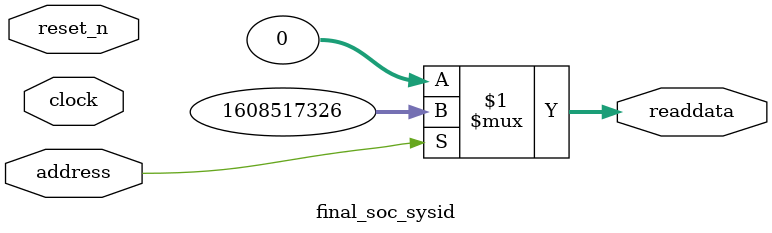
<source format=v>



// synthesis translate_off
`timescale 1ns / 1ps
// synthesis translate_on

// turn off superfluous verilog processor warnings 
// altera message_level Level1 
// altera message_off 10034 10035 10036 10037 10230 10240 10030 

module final_soc_sysid (
               // inputs:
                address,
                clock,
                reset_n,

               // outputs:
                readdata
             )
;

  output  [ 31: 0] readdata;
  input            address;
  input            clock;
  input            reset_n;

  wire    [ 31: 0] readdata;
  //control_slave, which is an e_avalon_slave
  assign readdata = address ? 1608517326 : 0;

endmodule



</source>
